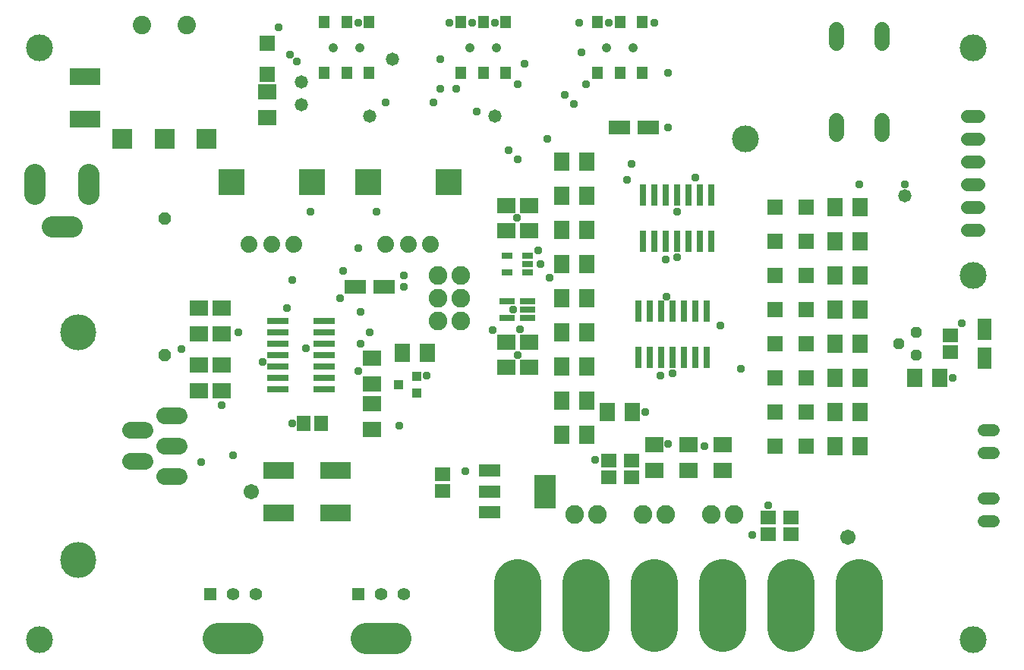
<source format=gbr>
G04 EAGLE Gerber X2 export*
%TF.Part,Single*%
%TF.FileFunction,Soldermask,Top,1*%
%TF.FilePolarity,Negative*%
%TF.GenerationSoftware,Autodesk,EAGLE,9.1.2*%
%TF.CreationDate,2019-11-04T22:46:01Z*%
G75*
%MOMM*%
%FSLAX34Y34*%
%LPD*%
%AMOC8*
5,1,8,0,0,1.08239X$1,22.5*%
G01*
%ADD10R,2.403200X1.603200*%
%ADD11R,1.603200X2.403200*%
%ADD12R,2.003200X1.803200*%
%ADD13C,3.003200*%
%ADD14R,2.403200X0.803200*%
%ADD15P,1.319650X8X112.500000*%
%ADD16R,0.803200X2.403200*%
%ADD17C,1.320800*%
%ADD18C,1.422400*%
%ADD19C,4.013200*%
%ADD20R,1.703200X1.703200*%
%ADD21R,1.103200X1.003200*%
%ADD22R,2.006200X1.803200*%
%ADD23R,1.803200X2.006200*%
%ADD24P,1.429621X8X292.500000*%
%ADD25C,1.879600*%
%ADD26R,3.003200X3.003200*%
%ADD27R,1.203200X1.353200*%
%ADD28C,1.053200*%
%ADD29C,1.473200*%
%ADD30C,1.879600*%
%ADD31R,2.256400X2.256400*%
%ADD32C,2.053200*%
%ADD33C,1.727200*%
%ADD34R,1.168400X0.711200*%
%ADD35R,1.676400X0.762000*%
%ADD36R,1.406400X1.406400*%
%ADD37C,1.406400*%
%ADD38C,2.082800*%
%ADD39R,2.438200X1.422200*%
%ADD40R,2.403200X3.803200*%
%ADD41R,3.353200X1.883200*%
%ADD42R,1.703200X1.503200*%
%ADD43R,1.503200X1.703200*%
%ADD44C,5.283200*%
%ADD45C,3.505200*%
%ADD46C,2.387600*%
%ADD47C,0.959600*%
%ADD48C,1.703200*%


D10*
X729740Y622300D03*
X697740Y622300D03*
X435100Y444500D03*
X403100Y444500D03*
D11*
X1104900Y397000D03*
X1104900Y365000D03*
D12*
X596900Y534700D03*
X596900Y506700D03*
X571500Y506700D03*
X571500Y534700D03*
X596900Y354300D03*
X596900Y382300D03*
X571500Y382300D03*
X571500Y354300D03*
D13*
X50800Y50800D03*
X1092200Y711200D03*
X1092200Y50800D03*
X50800Y711200D03*
D14*
X368900Y342900D03*
X316900Y342900D03*
X368900Y330200D03*
X368900Y355600D03*
X368900Y368300D03*
X316900Y330200D03*
X316900Y355600D03*
X316900Y368300D03*
X368900Y393700D03*
X316900Y393700D03*
X368900Y381000D03*
X368900Y406400D03*
X316900Y381000D03*
X316900Y406400D03*
D15*
X1028700Y368300D03*
X1009650Y381000D03*
X1028700Y393700D03*
D16*
X787400Y546700D03*
X787400Y494700D03*
X800100Y546700D03*
X774700Y546700D03*
X762000Y546700D03*
X800100Y494700D03*
X774700Y494700D03*
X762000Y494700D03*
X736600Y546700D03*
X736600Y494700D03*
X749300Y546700D03*
X723900Y546700D03*
X749300Y494700D03*
X723900Y494700D03*
X782320Y417160D03*
X782320Y365160D03*
X795020Y417160D03*
X769620Y417160D03*
X756920Y417160D03*
X795020Y365160D03*
X769620Y365160D03*
X756920Y365160D03*
X731520Y417160D03*
X731520Y365160D03*
X744220Y417160D03*
X718820Y417160D03*
X744220Y365160D03*
X718820Y365160D03*
D17*
X1104392Y259080D02*
X1115568Y259080D01*
X1115568Y284480D02*
X1104392Y284480D01*
X1104392Y182880D02*
X1115568Y182880D01*
X1115568Y208280D02*
X1104392Y208280D01*
D18*
X1098296Y508000D02*
X1086104Y508000D01*
X1086104Y533400D02*
X1098296Y533400D01*
X1098296Y558800D02*
X1086104Y558800D01*
X1086104Y584200D02*
X1098296Y584200D01*
X1098296Y609600D02*
X1086104Y609600D01*
X1086104Y635000D02*
X1098296Y635000D01*
D19*
X93980Y393700D03*
X93980Y139700D03*
D20*
X304800Y716000D03*
X304800Y681000D03*
X906500Y533400D03*
X871500Y533400D03*
X906500Y495300D03*
X871500Y495300D03*
X906500Y457200D03*
X871500Y457200D03*
X906500Y419100D03*
X871500Y419100D03*
X906500Y381000D03*
X871500Y381000D03*
X906500Y342900D03*
X871500Y342900D03*
X906500Y304800D03*
X871500Y304800D03*
X906500Y266700D03*
X871500Y266700D03*
D21*
X472280Y325780D03*
X472280Y344780D03*
X451280Y335280D03*
D22*
X304800Y633480D03*
X304800Y661920D03*
D23*
X661920Y431800D03*
X633480Y431800D03*
X633480Y393700D03*
X661920Y393700D03*
X661920Y355600D03*
X633480Y355600D03*
X633480Y317500D03*
X661920Y317500D03*
X661920Y279400D03*
X633480Y279400D03*
X684280Y304800D03*
X712720Y304800D03*
X484120Y370840D03*
X455680Y370840D03*
D22*
X228600Y328680D03*
X228600Y357120D03*
X228600Y420620D03*
X228600Y392180D03*
D24*
X190500Y520700D03*
X190500Y368300D03*
D25*
X284880Y491340D03*
X309880Y491340D03*
X334880Y491340D03*
D26*
X354880Y561340D03*
X264880Y561340D03*
D22*
X254000Y420620D03*
X254000Y392180D03*
X254000Y328680D03*
X254000Y357120D03*
D25*
X437280Y491340D03*
X462280Y491340D03*
X487280Y491340D03*
D26*
X507280Y561340D03*
X417280Y561340D03*
D23*
X966720Y533400D03*
X938280Y533400D03*
X966720Y495300D03*
X938280Y495300D03*
X966720Y457200D03*
X938280Y457200D03*
X966720Y419100D03*
X938280Y419100D03*
X966720Y381000D03*
X938280Y381000D03*
X966720Y342900D03*
X938280Y342900D03*
X966720Y304800D03*
X938280Y304800D03*
X1027180Y342900D03*
X1055620Y342900D03*
X966720Y266700D03*
X938280Y266700D03*
D22*
X421640Y364740D03*
X421640Y336300D03*
X421640Y313940D03*
X421640Y285500D03*
D23*
X661920Y584200D03*
X633480Y584200D03*
X633480Y546100D03*
X661920Y546100D03*
X661920Y508000D03*
X633480Y508000D03*
X633480Y469900D03*
X661920Y469900D03*
D27*
X571100Y739450D03*
X546100Y739450D03*
X521100Y739450D03*
X571100Y682950D03*
X546100Y682950D03*
X521100Y682950D03*
D28*
X561100Y711200D03*
X531100Y711200D03*
D27*
X418700Y739450D03*
X393700Y739450D03*
X368700Y739450D03*
X418700Y682950D03*
X393700Y682950D03*
X368700Y682950D03*
D28*
X408700Y711200D03*
X378700Y711200D03*
D27*
X723500Y739450D03*
X698500Y739450D03*
X673500Y739450D03*
X723500Y682950D03*
X698500Y682950D03*
X673500Y682950D03*
D28*
X713500Y711200D03*
X683500Y711200D03*
D29*
X444500Y698500D03*
X1016000Y546100D03*
X419100Y635000D03*
X558800Y635000D03*
X342900Y673100D03*
X342900Y647700D03*
D30*
X207264Y232664D02*
X190500Y232664D01*
X169164Y249428D02*
X152400Y249428D01*
X190500Y266700D02*
X207264Y266700D01*
X169164Y283972D02*
X152400Y283972D01*
X190500Y300736D02*
X207264Y300736D01*
D31*
X190500Y609600D03*
X237500Y609600D03*
X143500Y609600D03*
D32*
X215500Y736600D03*
X165500Y736600D03*
D33*
X990600Y629920D02*
X990600Y614680D01*
X939800Y614680D02*
X939800Y629920D01*
X990600Y716280D02*
X990600Y731520D01*
X939800Y731520D02*
X939800Y716280D01*
D34*
X595884Y460375D03*
X595884Y469900D03*
X595884Y479425D03*
X572516Y479425D03*
X572516Y460375D03*
D35*
X595376Y409600D03*
X595376Y419100D03*
X595376Y428600D03*
X573024Y428600D03*
X573024Y409600D03*
D36*
X406400Y101600D03*
D37*
X431800Y101600D03*
X457200Y101600D03*
D36*
X241300Y101600D03*
D37*
X266700Y101600D03*
X292100Y101600D03*
D38*
X800100Y190500D03*
X825500Y190500D03*
X723900Y190500D03*
X749300Y190500D03*
X647700Y190500D03*
X673100Y190500D03*
D39*
X553210Y239010D03*
X553210Y215900D03*
X553210Y192790D03*
D40*
X615190Y215900D03*
D22*
X812800Y239780D03*
X812800Y268220D03*
X774700Y239780D03*
X774700Y268220D03*
X736600Y239780D03*
X736600Y268220D03*
D41*
X317500Y239800D03*
X317500Y192000D03*
X381000Y192000D03*
X381000Y239800D03*
X101600Y631420D03*
X101600Y679220D03*
D42*
X863600Y168300D03*
X863600Y187300D03*
X889000Y168300D03*
X889000Y187300D03*
X711200Y231800D03*
X711200Y250800D03*
X685800Y231800D03*
X685800Y250800D03*
X500380Y216560D03*
X500380Y235560D03*
D43*
X365100Y292100D03*
X346100Y292100D03*
D44*
X965200Y114300D02*
X965200Y63500D01*
X889000Y63500D02*
X889000Y114300D01*
X812800Y114300D02*
X812800Y63500D01*
X736600Y63500D02*
X736600Y114300D01*
X660400Y114300D02*
X660400Y63500D01*
X584200Y63500D02*
X584200Y114300D01*
D42*
X1066800Y371500D03*
X1066800Y390500D03*
D45*
X448310Y52070D02*
X415290Y52070D01*
X283210Y52070D02*
X250190Y52070D01*
D38*
X520700Y406400D03*
X495300Y406400D03*
X520700Y431800D03*
X495300Y431800D03*
X520700Y457200D03*
X495300Y457200D03*
D13*
X1092200Y457200D03*
X838200Y609600D03*
D46*
X87122Y510800D02*
X65278Y510800D01*
X46200Y547878D02*
X46200Y569722D01*
X106200Y569722D02*
X106200Y547878D01*
D47*
X762000Y477520D03*
X756920Y347980D03*
X254000Y312420D03*
X299720Y360680D03*
X482600Y345440D03*
X525780Y238760D03*
X965200Y558800D03*
X457200Y444500D03*
X584200Y368300D03*
X583818Y521334D03*
X609600Y469900D03*
X751840Y622300D03*
X317500Y734060D03*
X332740Y292100D03*
X579120Y419100D03*
X863600Y200660D03*
X670560Y251460D03*
X726440Y304800D03*
X751840Y269240D03*
X792480Y266700D03*
X1069340Y342900D03*
X1079500Y403860D03*
X810260Y401320D03*
X833120Y353060D03*
X347980Y375920D03*
X586740Y396622D03*
X556260Y396240D03*
X607060Y485140D03*
X619760Y454660D03*
X326926Y420620D03*
D48*
X952500Y165100D03*
X287020Y215900D03*
D47*
X1016000Y558800D03*
X558800Y739140D03*
X452120Y289560D03*
X408940Y381000D03*
X408940Y416560D03*
X652780Y739140D03*
X685800Y739140D03*
X497840Y698500D03*
X497840Y665480D03*
X330675Y703105D03*
X406400Y487680D03*
X209550Y374650D03*
X273050Y393700D03*
X751840Y683260D03*
X591820Y693420D03*
X538480Y640080D03*
X389354Y462280D03*
X332740Y452120D03*
X457200Y457200D03*
X584200Y670560D03*
X660400Y670560D03*
X419100Y393700D03*
X337820Y695960D03*
X706120Y563880D03*
X782320Y566420D03*
X406400Y739140D03*
X515620Y665480D03*
X750425Y433606D03*
X749300Y474980D03*
X743712Y344932D03*
X762000Y528320D03*
X436880Y650240D03*
X490220Y650240D03*
X617220Y609600D03*
X711200Y581660D03*
X386080Y431800D03*
X406400Y350520D03*
X266700Y256540D03*
X231140Y248920D03*
X533400Y739140D03*
X508000Y739140D03*
X584687Y586254D03*
X646917Y648484D03*
X736600Y739140D03*
X655320Y706120D03*
X353060Y528320D03*
X426720Y528320D03*
X574483Y596457D03*
X636713Y658687D03*
X845820Y167640D03*
M02*

</source>
